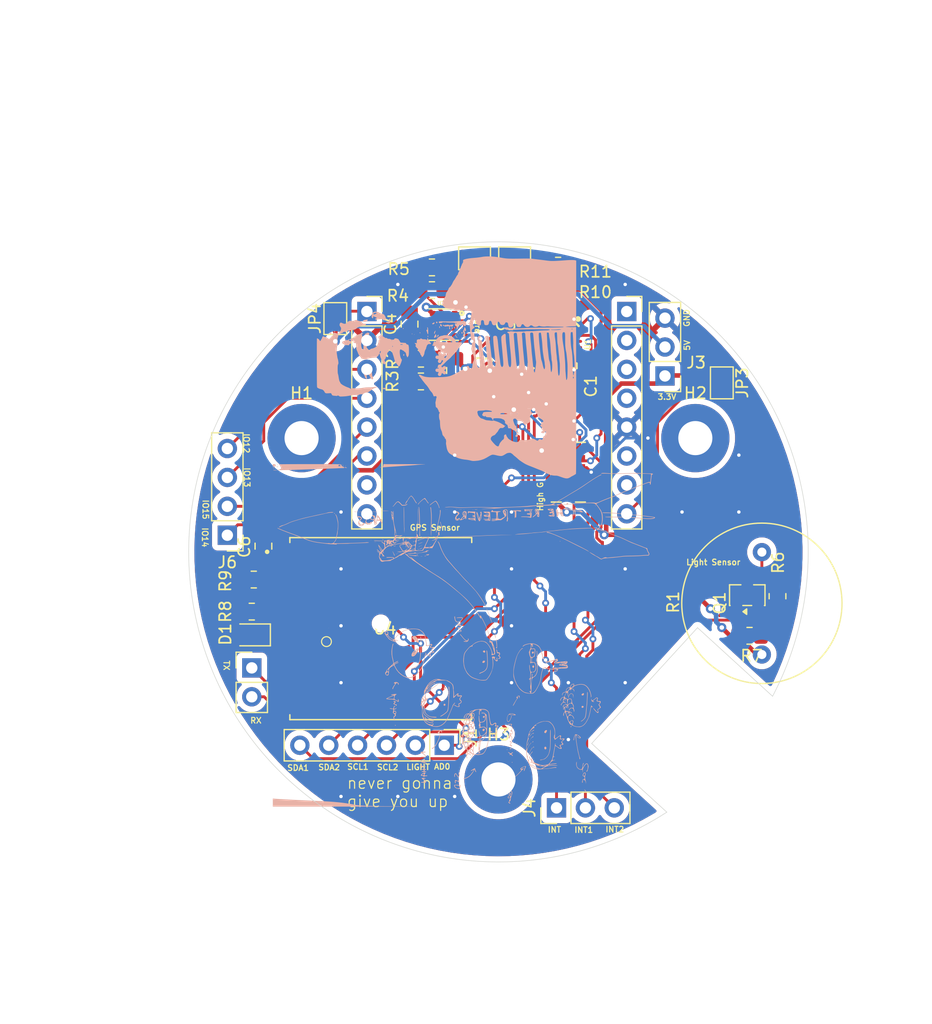
<source format=kicad_pcb>
(kicad_pcb (version 20241229) (generator "pcbnew") (generator_version "9.0")
  (layers (0 "F.Cu" signal) (2 "B.Cu" signal) (13 "F.Paste" user) (15 "B.Paste" user) (5 "F.SilkS" user "F.Silkscreen") (7 "B.SilkS" user "B.Silkscreen") (1 "F.Mask" user) (3 "B.Mask" user) (25 "Edge.Cuts" user))
  (net 0 "")
  (net 1 "Net-(U1-CPOUT)")
  (net 2 "Net-(U1-REGOUT)")
  (net 5 "GND")
  (net 6 "Net-(U2-CSB)")
  (net 7 "Net-(D1-A)")
  (net 8 "GPS_UART_TX")
  (net 9 "GPS_UART_RX")
  (net 10 "INT")
  (net 11 "ADO")
  (net 12 "Net-(JP1-B)")
  (net 13 "Net-(JP2-B)")
  (net 14 "Net-(Q1-B)")
  (net 15 "SDO_PRESSURE")
  (net 16 "Net-(U4-3D-FIX)")
  (net 17 "/GPS Reset")
  (net 18 "SDO_ACC")
  (net 31 "Net-(J6-Pin_4)")
  (net 32 "Net-(J6-Pin_3)")
  (net 33 "Net-(J6-Pin_1)")
  (net 34 "Net-(J6-Pin_2)")
  (net 37 "LIGHT")
  (net 38 "SDA2")
  (net 39 "Net-(J4-Pin_3)")
  (net 40 "Net-(J4-Pin_2)")
  (net 41 "5V")
  (net 42 "3.3V")
  (net 43 "Net-(JP3-B)")
  (net 44 "Net-(JP4-B)")
  (net 45 "SCL2")
  (net 46 "SDA1")
  (net 47 "SCL1")
  (footprint "Resistor_SMD:R_0805_2012Metric_Pad1.20x1.40mm_HandSolder" (layer "F.Cu") (at 123.1 115.35)
    (property "Reference" "R11")
    (property "Value" "1Meg")
  )
  (footprint "Jumper:SolderJumper-2_P1.3mm_Open_Pad1.0x1.5mm" (layer "F.Cu") (at 119.275 114.7)
    (property "Reference" "JP2" (hide yes))
    (property "Value" "EN_5")
  )
  (footprint "Capacitor_SMD:C_0805_2012Metric_Pad1.18x1.45mm_HandSolder" (layer "F.Cu") (at 97.175 140 90)
    (property "Reference" "C6")
    (property "Value" "22uF" (hide yes))
  )
  (footprint "Connector_PinHeader_2.54mm:PinHeader_1x04_P2.54mm_Vertical" (layer "F.Cu") (at 94 139.04 180)
    (property "Reference" "J6")
    (property "Value" "MCU - Conn_01x04")
  )
  (footprint "OptoDevice:R_LDR_D13.8mm_P9.0mm_Vertical" (layer "F.Cu") (at 141.025 149.525 90)
    (property "Reference" "R1")
    (property "Value" "LDR07")
  )
  (footprint "Connector_PinHeader_2.54mm:PinHeader_1x03_P2.54mm_Vertical" (layer "F.Cu") (at 132.5 125.04 180)
    (property "Reference" "J3")
    (property "Value" "Conn_01x03_Pin")
  )
  (footprint "Resistor_SMD:R_0805_2012Metric_Pad1.20x1.40mm_HandSolder" (layer "F.Cu") (at 123.1 117.525 180)
    (property "Reference" "R10")
    (property "Value" "1k5")
  )
  (footprint "Capacitor_SMD:C_0805_2012Metric_Pad1.18x1.45mm_HandSolder" (layer "F.Cu") (at 114.03 124.5625 -90)
    (property "Reference" "C5")
    (property "Value" "100n")
  )
  (footprint "Package_TO_SOT_SMD:SOT-23-3" (layer "F.Cu") (at 139.74 144.3075 90)
    (property "Reference" "Q1")
    (property "Value" "Q_NPN_BCE")
  )
  (footprint "Jumper:SolderJumper-2_P1.3mm_Open_Pad1.0x1.5mm" (layer "F.Cu") (at 137.5 125.65 -90)
    (property "Reference" "JP3")
    (property "Value" "EN_5")
  )
  (footprint "Jumper:SolderJumper-2_P1.3mm_Open_Pad1.0x1.5mm" (layer "F.Cu") (at 103.5 120 90)
    (property "Reference" "JP4")
    (property "Value" "EN_5")
  )
  (footprint "gps:XCVR_CD-PA1616D" (layer "F.Cu") (at 107.5 147.25)
    (property "Reference" "U4")
    (property "Value" "CD-PA1616D" (hide yes))
  )
  (footprint "MountingHole:MountingHole_3mm_Pad" (layer "F.Cu") (at 100.530528 130.505187)
    (property "Reference" "H1")
    (property "Value" "MountingHole")
  )
  (footprint "Capacitor_SMD:C_0805_2012Metric_Pad1.18x1.45mm_HandSolder" (layer "F.Cu") (at 118.4791 122.9521 90)
    (property "Reference" "C3")
    (property "Value" "0.1μ")
  )
  (footprint "MountingHole:MountingHole_3mm_Pad" (layer "F.Cu") (at 117.851036 160.505187)
    (property "Reference" "H3")
    (property "Value" "MountingHole")
  )
  (footprint "Connector_PinHeader_2.54mm:PinHeader_1x03_P2.54mm_Vertical" (layer "F.Cu") (at 122.96 163 90)
    (property "Reference" "J4")
    (property "Value" "Conn_01x03")
  )
  (footprint "Capacitor_SMD:C_0805_2012Metric_Pad1.18x1.45mm_HandSolder" (layer "F.Cu") (at 117.4625 125.9521 180)
    (property "Reference" "C2")
    (property "Value" "0.1n")
  )
  (footprint "Resistor_SMD:R_0805_2012Metric_Pad1.20x1.40mm_HandSolder" (layer "F.Cu") (at 111.03 123.525)
    (property "Reference" "R2")
    (property "Value" "4.7k")
  )
  (footprint "Resistor_SMD:R_0805_2012Metric_Pad1.20x1.40mm_HandSolder" (layer "F.Cu") (at 112 115.5 180)
    (property "Reference" "R5")
    (property "Value" "1Meg")
  )
  (footprint "LED_SMD:LED_0805_2012Metric" (layer "F.Cu") (at 96.1 147.8 180)
    (property "Reference" "D1")
    (property "Value" "LED")
  )
  (footprint "Capacitor_SMD:C_0805_2012Metric_Pad1.18x1.45mm_HandSolder" (layer "F.Cu") (at 110.03 120.4875 90)
    (property "Reference" "C4")
    (property "Value" "100n")
  )
  (footprint "ADXL375:PQFN80P500X300X100-14N" (layer "F.Cu") (at 124 133.5)
    (property "Reference" "U3")
    (property "Value" "ADXL375")
  )
  (footprint "Resistor_SMD:R_0805_2012Metric_Pad1.20x1.40mm_HandSolder" (layer "F.Cu") (at 96.15 145.755 180)
    (property "Reference" "R8")
    (property "Value" "1k")
  )
  (footprint "Resistor_SMD:R_0805_2012Metric_Pad1.20x1.40mm_HandSolder" (layer "F.Cu") (at 96.325 142.9375)
    (property "Reference" "R9")
    (property "Value" "180k")
  )
  (footprint "Jumper:SolderJumper-2_P1.3mm_Open_Pad1.0x1.5mm" (layer "F.Cu") (at 115.75 114.7 180)
    (property "Reference" "JP1" (hide yes))
    (property "Value" "EN_5")
  )
  (footprint "Resistor_SMD:R_0805_2012Metric_Pad1.20x1.40mm_HandSolder" (layer "F.Cu") (at 139.94 147.88 180)
    (property "Reference" "R7")
    (property "Value" "10k")
  )
  (footprint "Capacitor_SMD:C_0805_2012Metric_Pad1.18x1.45mm_HandSolder" (layer "F.Cu") (at 123.4416 125.9521)
    (property "Reference" "C1")
    (property "Value" "2.2n")
  )
  (footprint "Resistor_SMD:R_0805_2012Metric_Pad1.20x1.40mm_HandSolder" (layer "F.Cu") (at 111.03 125.525)
    (property "Reference" "R3")
    (property "Value" "4.7k")
  )
  (footprint "bme280:PSON65P250X250X100-8N" (layer "F.Cu") (at 113.03 120.525)
    (property "Reference" "U2")
    (property "Value" "BME280")
  )
  (footprint "Connector_PinHeader_2.54mm:PinHeader_1x02_P2.54mm_Vertical" (layer "F.Cu") (at 96.15 150.7)
    (property "Reference" "J2" (hide yes))
    (property "Value" "Conn_01x02" (hide yes))
  )
  (footprint "Resistor_SMD:R_0805_2012Metric_Pad1.20x1.40mm_HandSolder" (layer "F.Cu") (at 142.4 144.4 -90)
    (property "Reference" "R6")
    (property "Value" "10k")
  )
  (footprint "MountingHole:MountingHole_3mm_Pad" (layer "F.Cu") (at 135.171544 130.505187)
    (property "Reference" "H2")
    (property "Value" "MountingHole")
  )
  (footprint "Connector_PinHeader_2.54mm:PinHeader_1x06_P2.54mm_Vertical" (layer "F.Cu") (at 113.08 157.5 -90)
    (property "Reference" "J1")
    (property "Value" "Conn_01x06")
  )
  (footprint "mpu6000:QFN-24-EP" (layer "F.Cu") (at 122.6216 122.2621 -90)
    (property "Reference" "U1")
    (property "Value" "MPU-6000")
  )
  (footprint "Connector_PinSocket_2.54mm:ESPCam" (layer "F.Cu") (at 117.875 127.95)
    (property "Reference" "U5")
    (property "Value" "ESP32-CAM")
  )
  (footprint "Resistor_SMD:R_0805_2012Metric_Pad1.20x1.40mm_HandSolder" (layer "F.Cu") (at 112 117.5)
    (property "Reference" "R4")
    (property "Value" "1k5")
  )
  (footprint "LOGO" (layer "B.Cu") (at 118.02 147.84 -90)
    (property "Reference" "G***" (hide yes))
    (property "Value" "LOGO" (hide yes))
  )
  (footprint "LOGO" (layer "B.Cu") (at 113.28 123.79 -90)
    (property "Reference" "G***")
    (property "Value" "LOGO" (hide yes))
  )
  (gr_circle (center 102.72 148.39) (end 103.08 148.63) (stroke (width 0.1)) (fill no) (layer "F.SilkS"))
  (gr_arc (start 132.66 163.38) (mid 97.734189 122.123812) (end 141.965516 153.195907) (stroke (width 0.05)) (layer "Edge.Cuts"))
  (gr_line (start 126.051036 157.345187) (end 132.66 163.38) (stroke (width 0.05)) (layer "Edge.Cuts"))
  (gr_line (start 126.051036 157.345187) (end 135.361036 147.165187) (stroke (width 0.05)) (layer "Edge.Cuts"))
  (gr_line (start 135.361036 147.165187) (end 141.965518 153.195908) (stroke (width 0.05)) (layer "Edge.Cuts"))
  (gr_text "IO12" (at 95.38 130.04 270) (layer "F.SilkS") (effects (font (size 0.5 0.5) (thickness 0.1)) (justify left bottom)))
  (gr_text "AD0" (at 112.13 159.67 0) (layer "F.SilkS") (effects (font (size 0.5 0.5) (thickness 0.1)) (justify left bottom)))
  (gr_text "SCL1" (at 104.49 159.69 0) (layer "F.SilkS") (effects (font (size 0.5 0.5) (thickness 0.1)) (justify left bottom)))
  (gr_text "Pressure" (at 115.74 117.99 270) (layer "F.SilkS") (effects (font (size 0.5 0.5) (thickness 0.1)) (justify left bottom)))
  (gr_text "IO13" (at 95.43 133.03 270) (layer "F.SilkS") (effects (font (size 0.5 0.5) (thickness 0.1)) (justify left bottom)))
  (gr_text "SDA1" (at 99.22 159.78 0) (layer "F.SilkS") (effects (font (size 0.5 0.5) (thickness 0.1)) (justify left bottom)))
  (gr_text "PRE" (at 114.25 117.3 0) (layer "F.SilkS") (effects (font (size 1 1) (thickness 0.1)) (justify left bottom)))
  (gr_text "GND" (at 134.71 120.78 90) (layer "F.SilkS") (effects (font (size 0.5 0.5) (thickness 0.1)) (justify left bottom)))
  (gr_text "INT" (at 122.14 165.21 0) (layer "F.SilkS") (effects (font (size 0.5 0.5) (thickness 0.1)) (justify left bottom)))
  (gr_text "5V" (at 134.74 122.87 90) (layer "F.SilkS") (effects (font (size 0.5 0.5) (thickness 0.1)) (justify left bottom)))
  (gr_text "ACC" (at 117.675 117.325 0) (layer "F.SilkS") (effects (font (size 1 1) (thickness 0.1)) (justify left bottom)))
  (gr_text "High G" (at 121.82 136.98 90) (layer "F.SilkS") (effects (font (size 0.5 0.5) (thickness 0.1)) (justify left bottom)))
  (gr_text "IO14" (at 91.74 138.31 270) (layer "F.SilkS") (effects (font (size 0.5 0.5) (thickness 0.1)) (justify left bottom)))
  (gr_text "SCL2" (at 107.11 159.73 0) (layer "F.SilkS") (effects (font (size 0.5 0.5) (thickness 0.1)) (justify left bottom)))
  (gr_text "INT1" (at 124.48 165.23 0) (layer "F.SilkS") (effects (font (size 0.5 0.5) (thickness 0.1)) (justify left bottom)))
  (gr_text "RX" (at 95.96 155.62 0) (layer "F.SilkS") (effects (font (size 0.5 0.5) (thickness 0.1)) (justify left bottom)))
  (gr_text "3.3V" (at 131.8 127.17 0) (layer "F.SilkS") (effects (font (size 0.5 0.5) (thickness 0.1)) (justify left bottom)))
  (gr_text "GPS Sensor" (at 110 138.67 0) (layer "F.SilkS") (effects (font (size 0.5 0.5) (thickness 0.1)) (justify left bottom)))
  (gr_text "never gonna \ngive you up" (at 104.46 163.02 0) (layer "F.SilkS") (effects (font (size 1 1) (thickness 0.1)) (justify left bottom)))
  (gr_text "TX" (at 93.63 149.99 270) (layer "F.SilkS") (effects (font (size 0.5 0.5) (thickness 0.1)) (justify left bottom)))
  (gr_text "Light Sensor" (at 134.32 141.71 0) (layer "F.SilkS") (effects (font (size 0.5 0.5) (thickness 0.1)) (justify left bottom)))
  (gr_text "LIGHT" (at 109.7 159.71 0) (layer "F.SilkS") (effects (font (size 0.5 0.5) (thickness 0.1)) (justify left bottom)))
  (gr_text "Low G" (at 121.28 119.35 0) (layer "F.SilkS") (effects (font (size 0.5 0.5) (thickness 0.1)) (justify left bottom)))
  (gr_text "SDA2" (at 101.95 159.73 0) (layer "F.SilkS") (effects (font (size 0.5 0.5) (thickness 0.1)) (justify left bottom)))
  (gr_text "IO15" (at 91.79 135.86 270) (layer "F.SilkS") (effects (font (size 0.5 0.5) (thickness 0.1)) (justify left bottom)))
  (gr_text "INT2" (at 127.21 165.19 0) (layer "F.SilkS") (effects (font (size 0.5 0.5) (thickness 0.1)) (justify left bottom)))
  (segment (start 123.63 141.63) (end 123.52 141.74) (width 0.25) (layer "B.Cu") (net 0))
  (segment (start 123.63 141.16) (end 123.63 141.63) (width 0.25) (layer "B.Cu") (net 0))
  (segment (start 125.2072 123.0417) (end 124.7032 123.0417) (width 0.25) (layer "F.Cu") (net 1))
  (segment (start 124.4791 125.9521) (end 125.4642 124.967) (width 0.25) (layer "F.Cu") (net 1))
  (segment (start 125.4642 124.967) (end 125.4642 123.2987) (width 0.25) (layer "F.Cu") (net 1))
  (segment (start 125.4642 123.2987) (end 125.2072 123.0417) (width 0.25) (layer "F.Cu") (net 1))
  (segment (start 118.4791 121.9146) (end 119.1041 122.5396) (width 0.25) (layer "F.Cu") (net 2))
  (segment (start 119.1041 122.5396) (end 120.5 122.5396) (width 0.25) (layer "F.Cu") (net 2))
  (segment (start 122.99 133.9) (end 123.7 133.9) (width 0.25) (layer "F.Cu") (net 5))
  (segment (start 130.095 130.5) (end 129.135 129.54) (width 0.25) (layer "F.Cu") (net 5))
  (segment (start 123.703 133.5) (end 123.703 132.303) (width 0.25) (layer "F.Cu") (net 5))
  (segment (start 123.8783 124.759601) (end 123.8783 124.3483) (width 0.25) (layer "F.Cu") (net 5))
  (segment (start 123.703 133.5) (end 123.703 133.987) (width 0.25) (layer "F.Cu") (net 5))
  (segment (start 125.613413 133.1) (end 126.011374 133.497961) (width 0.25) (layer "F.Cu") (net 5))
  (segment (start 123.7 132.3) (end 122.99 132.3) (width 0.25) (layer "F.Cu") (net 5))
  (segment (start 116.425 125.9521) (end 116.425 124.316381) (width 0.25) (layer "F.Cu") (net 5))
  (segment (start 124.03 124.5) (end 123.8783 124.3483) (width 0.25) (layer "F.Cu") (net 5))
  (segment (start 112.06 120.2) (end 110.78 120.2) (width 0.25) (layer "F.Cu") (net 5))
  (segment (start 123.739 133.9) (end 124.539 133.1) (width 0.25) (layer "F.Cu") (net 5))
  (segment (start 122.4041 125.9521) (end 122.685801 125.9521) (width 0.25) (layer "F.Cu") (net 5))
  (segment (start 123.703 132.303) (end 123.7 132.3) (width 0.25) (layer "F.Cu") (net 5))
  (segment (start 114 119.55) (end 114.441021 119.55) (width 0.25) (layer "F.Cu") (net 5))
  (segment (start 122.99 133.9) (end 123.739 133.9) (width 0.25) (layer "F.Cu") (net 5))
  (segment (start 116.425 124.316381) (end 116.815359 123.926022) (width 0.25) (layer "F.Cu") (net 5))
  (segment (start 123.7 133.9) (end 123.703 133.897) (width 0.25) (layer "F.Cu") (net 5))
  (segment (start 131 130.5) (end 130.095 130.5) (width 0.25) (layer "F.Cu") (net 5))
  (segment (start 116.815359 123.926022) (end 118.415522 123.926022) (width 0.25) (layer "F.Cu") (net 5))
  (segment (start 125.01 133.1) (end 125.613413 133.1) (width 0.25) (layer "F.Cu") (net 5))
  (segment (start 124.5 124.5) (end 124.03 124.5) (width 0.25) (layer "F.Cu") (net 5))
  (segment (start 114.441021 119.55) (end 114.997585 118.993436) (width 0.25) (layer "F.Cu") (net 5))
  (segment (start 122.685801 125.9521) (end 123.8783 124.759601) (width 0.25) (layer "F.Cu") (net 5))
  (segment (start 123.8783 120.1959) (end 124.3561 120.1959) (width 0.25) (layer "F.Cu") (net 5))
  (segment (start 116.425 125.9521) (end 116.5166 125.9521) (width 0.25) (layer "F.Cu") (net 5))
  (segment (start 123.703 133.987) (end 122.99 134.7) (width 0.25) (layer "F.Cu") (net 5))
  (segment (start 123.703 133.897) (end 123.703 133.5) (width 0.25) (layer "F.Cu") (net 5))
  (segment (start 118.415522 123.926022) (end 118.4791 123.9896) (width 0.25) (layer "F.Cu") (net 5))
  (segment (start 110.78 120.2) (end 110.03 119.45) (width 0.25) (layer "F.Cu") (net 5))
  (segment (start 124.3561 120.1959) (end 124.5 120.052) (width 0.25) (layer "F.Cu") (net 5))
  (segment (start 118.4791 123.9896) (end 119.427 123.0417) (width 0.25) (layer "F.Cu") (net 5))
  (segment (start 124.539 133.1) (end 125.01 133.1) (width 0.25) (layer "F.Cu") (net 5))
  (segment (start 110 119.48) (end 110.03 119.45) (width 0.25) (layer "F.Cu") (net 5))
  (segment (start 119.427 123.0417) (end 120.5 123.0417) (width 0.25) (layer "F.Cu") (net 5))
  (via (at 114 137) (size 0.6) (drill 0.3) (layers "F.Cu" "B.Cu") (net 5))
  (via (at 114 132) (size 0.6) (drill 0.3) (layers "F.Cu" "B.Cu") (net 5))
  (via (at 104 147) (size 0.6) (drill 0.3) (layers "F.Cu" "B.Cu") (net 5))
  (via (at 119 142) (size 0.6) (drill 0.3) (layers "F.Cu" "B.Cu") (net 5))
  (via (at 129 117) (size 0.6) (drill 0.3) (layers "F.Cu" "B.Cu") (net 5))
  (via (at 124.5 124.5) (size 0.6) (drill 0.3) (layers "F.Cu" "B.Cu") (net 5))
  (via (at 104 137) (size 0.6) (drill 0.3) (layers "F.Cu" "B.Cu") (net 5))
  (via (at 104 162) (size 0.6) (drill 0.3) (layers "F.Cu" "B.Cu") (net 5))
  (via (at 124.5 120.052) (size 0.6) (drill 0.3) (layers "F.Cu" "B.Cu") (net 5))
  (via (at 119 147) (size 0.6) (drill 0.3) (layers "F.Cu" "B.Cu") (net 5))
  (via (at 119 137) (size 0.6) (drill 0.3) (layers "F.Cu" "B.Cu") (net 5))
  (via (at 124 157) (size 0.6) (drill 0.3) (layers "F.Cu" "B.Cu") (net 5))
  (via (at 124 152) (size 0.6) (drill 0.3) (layers "F.Cu" "B.Cu") (net 5))
  (via (at 114 162) (size 0.6) (drill 0.3) (layers "F.Cu" "B.Cu") (net 5))
  (via (at 129 142) (size 0.6) (drill 0.3) (layers "F.Cu" "B.Cu") (net 5))
  (via (at 109 117) (size 0.6) (drill 0.3) (layers "F.Cu" "B.Cu") (net 5))
  (via (at 104 142) (size 0.6) (drill 0.3) (layers "F.Cu" "B.Cu") (net 5))
  (via (at 129 152) (size 0.6) (drill 0.3) (layers "F.Cu" "B.Cu") (net 5))
  (via (at 126.011374 133.497961) (size 0.6) (drill 0.3) (layers "F.Cu" "B.Cu") (net 5))
  (via (at 119 152) (size 0.6) (drill 0.3) (layers "F.Cu" "B.Cu") (net 5))
  (via (at 134 137) (size 0.6) (drill 0.3) (layers "F.Cu" "B.Cu") (net 5))
  (via (at 104 152) (size 0.6) (drill 0.3) (layers "F.Cu" "B.Cu") (net 5))
  (via (at 114.997585 118.993436) (size 0.6) (drill 0.3) (layers "F.Cu" "B.Cu") (net 5))
  (via (at 139 137) (size 0.6) (drill 0.3) (layers "F.Cu" "B.Cu") (net 5))
  (via (at 139 132) (size 0.6) (drill 0.3) (layers "F.Cu" "B.Cu") (net 5))
  (via (at 131 130.5) (size 0.6) (drill 0.3) (layers "F.Cu" "B.Cu") (net 5))
  (via (at 109 162) (size 0.6) (drill 0.3) (layers "F.Cu" "B.Cu") (net 5))
  (segment (start 129.009335 130.5) (end 131 130.5) (width 0.25) (layer "B.Cu") (net 5))
  (segment (start 126.011374 133.497961) (end 129.009335 130.5) (width 0.25) (layer "B.Cu") (net 5))
  (segment (start 114.997585 118.993436) (end 113.653521 120.3375) (width 0.25) (layer "B.Cu") (net 5))
  (segment (start 124.5 120.052) (end 124.5 124.5) (width 0.25) (layer "B.Cu") (net 5))
  (segment (start 112.03 123.47) (end 113 122.5) (width 0.25) (layer "F.Cu") (net 6))
  (segment (start 112.03 123.525) (end 112.03 125.525) (width 0.25) (layer "F.Cu") (net 6))
  (segment (start 112.03 123.525) (end 112.03 123.47) (width 0.25) (layer "F.Cu") (net 6))
  (segment (start 115.291139 119.791139) (end 114.882278 120.2) (width 0.25) (layer "F.Cu") (net 6))
  (segment (start 114 120.2) (end 114.882278 120.2) (width 0.25) (layer "F.Cu") (net 6))
  (via (at 113 122.5) (size 0.6) (drill 0.3) (layers "F.Cu" "B.Cu") (net 6))
  (via (at 115.291139 119.791139) (size 0.6) (drill 0.3) (layers "F.Cu" "B.Cu") (net 6))
  (segment (start 113 122.082278) (end 115.291139 119.791139) (width 0.25) (layer "B.Cu") (net 6))
  (segment (start 113 122.5) (end 113 122.082278) (width 0.25) (layer "B.Cu") (net 6))
  (segment (start 95.15 147.7875) (end 95.1625 147.8) (width 0.25) (layer "F.Cu") (net 7))
  (segment (start 95.15 145.755) (end 95.15 147.7875) (width 0.25) (layer "F.Cu") (net 7))
  (segment (start 99.5 152.5) (end 97.95 152.5) (width 0.25) (layer "F.Cu") (net 8))
  (segment (start 97.95 152.5) (end 96.15 150.7) (width 0.25) (layer "F.Cu") (net 8))
  (segment (start 98 154) (end 97.24 153.24) (width 0.25) (layer "F.Cu") (net 9))
  (segment (start 99.5 154) (end 98 154) (width 0.25) (layer "F.Cu") (net 9))
  (segment (start 97.24 153.24) (end 96.15 153.24) (width 0.25) (layer "F.Cu") (net 9))
  (segment (start 119.893244 124.893244) (end 119.893244 124.155556) (width 0.25) (layer "F.Cu") (net 10))
  (segment (start 122.96 152.46) (end 122.5 152) (width 0.25) (layer "F.Cu") (net 10))
  (segment (start 121.5 143.5) (end 121 143) (width 0.25) (layer "F.Cu") (net 10))
  (segment (start 119.893244 124.155556) (end 120.5 123.5488) (width 0.25) (layer "F.Cu") (net 10))
  (segment (start 121.501 128.229061) (end 121.501 127.770939) (width 0.25) (layer "F.Cu") (net 10))
  (segment (start 121.177061 127.447) (end 121 127.447) (width 0.25) (layer "F.Cu") (net 10))
  (segment (start 122 150) (end 122 145) (width 0.25) (layer "F.Cu") (net 10))
  (segment (start 122.96 163) (end 122.96 152.46) (width 0.25) (layer "F.Cu") (net 10))
  (segment (start 121 127.447) (end 121 127) (width 0.25) (layer "F.Cu") (net 10))
  (segment (start 121 128.553) (end 121.177061 128.553) (width 0.25) (layer "F.Cu") (net 10))
  (segment (start 121.177061 128.553) (end 121.501 128.229061) (width 0.25) (layer "F.Cu") (net 10))
  (segment (start 121 127) (end 120.5 126.5) (width 0.25) (layer "F.Cu") (net 10))
  (segment (start 121 143) (end 121 128.553) (width 0.25) (layer "F.Cu") (net 10))
  (segment (start 121.501 127.770939) (end 121.177061 127.447) (width 0.25) (layer "F.Cu") (net 10))
  (via (at 122 145) (size 0.6) (drill 0.3) (layers "F.Cu" "B.Cu") (net 10))
  (via (at 121.5 143.5) (size 0.6) (drill 0.3) (layers "F.Cu" "B.Cu") (net 10))
  (via (at 120.5 126.5) (size 0.6) (drill 0.3) (layers "F.Cu" "B.Cu") (net 10))
  (via (at 122 150) (size 0.6) (drill 0.3) (layers "F.Cu" "B.Cu") (net 10))
  (via (at 122.5 152) (size 0.6) (drill 0.3) (layers "F.Cu" "B.Cu") (net 10))
  (via (at 119.893244 124.893244) (size 0.6) (drill 0.3) (layers "F.Cu" "B.Cu") (net 10))
  (segment (start 122.5 150.5) (end 122 150) (width 0.25) (layer "B.Cu") (net 10))
  (segment (start 122 145) (end 122 144) (width 0.25) (layer "B.Cu") (net 10))
  (segment (start 122.5 152) (end 122.5 150.5) (width 0.25) (layer "B.Cu") (net 10))
  (segment (start 120.5 125.5) (end 119.893244 124.893244) (width 0.25) (layer "B.Cu") (net 10))
  (segment (start 122 144) (end 121.5 143.5) (width 0.25) (layer "B.Cu") (net 10))
  (segment (start 120.5 126.5) (end 120.5 125.5) (width 0.25) (layer "B.Cu") (net 10))
  (segment (start 115 156) (end 111 152) (width 0.25) (layer "F.Cu") (net 11))
  (segment (start 109.5 147.922248) (end 108.782876 147.205124) (width 0.25) (layer "F.Cu") (net 11))
  (segment (start 114.297914 157.5) (end 114.398957 157.601043) (width 0.25) (layer "F.Cu") (net 11))
  (segment (start 108.782876 147.205124) (end 108.782876 133.444) (width 0.25) (layer "F.Cu") (net 11))
  (segment (start 115.5845 126.642376) (end 115.5845 123.278424) (width 0.25) (layer "F.Cu") (net 11))
  (segment (start 119.806599 122.0046) (end 120.5 122.0046) (width 0.25) (layer "F.Cu") (net 11))
  (segment (start 108.782876 133.444) (end 115.5845 126.642376) (width 0.25) (layer "F.Cu") (net 11))
  (segment (start 115.5845 123.278424) (end 117.788824 121.0741) (width 0.25) (layer "F.Cu") (net 11))
  (segment (start 119.4571 121.655101) (end 119.806599 122.0046) (width 0.25) (layer "F.Cu") (net 11))
  (segment (start 117.788824 121.0741) (end 119.169376 121.0741) (width 0.25) (layer "F.Cu") (net 11))
  (segment (start 111 152) (end 111 148.552) (width 0.25) (layer "F.Cu") (net 11))
  (segment (start 119.4571 121.361824) (end 119.4571 121.655101) (width 0.25) (layer "F.Cu") (net 11))
  (segment (start 113.08 157.5) (end 114.297914 157.5) (width 0.25) (layer "F.Cu") (net 11))
  (segment (start 109.5 148) (end 109.5 147.922248) (width 0.25) (layer "F.Cu") (net 11))
  (segment (start 119.169376 121.0741) (end 119.4571 121.361824) (width 0.25) (layer "F.Cu") (net 11))
  (via (at 109.5 148) (size 0.6) (drill 0.3) (layers "F.Cu" "B.Cu") (net 11))
  (via (at 115 156) (size 0.6) (drill 0.3) (layers "F.Cu" "B.Cu") (net 11))
  (via (at 111 148.552) (size 0.6) (drill 0.3) (layers "F.Cu" "B.Cu") (net 11))
  (via (at 114.398957 157.601043) (size 0.6) (drill 0.3) (layers "F.Cu" "B.Cu") (net 11))
  (segment (start 111 148.552) (end 110.052 148.552) (width 0.25) (layer "B.Cu") (net 11))
  (segment (start 114.398957 156.601043) (end 115 156) (width 0.25) (layer "B.Cu") (net 11))
  (segment (start 114.398957 157.601043) (end 114.398957 156.601043) (width 0.25) (layer "B.Cu") (net 11))
  (segment (start 110.052 148.552) (end 109.5 148) (width 0.25) (layer "B.Cu") (net 11))
  (segment (start 115.1 114.7) (end 113.8 114.7) (width 0.25) (layer "F.Cu") (net 12))
  (segment (start 113.8 114.7) (end 113 115.5) (width 0.25) (layer "F.Cu") (net 12))
  (segment (start 113 115.5) (end 113 117.5) (width 0.25) (layer "F.Cu") (net 12))
  (segment (start 119.925 114.7) (end 121.45 114.7) (width 0.25) (layer "F.Cu") (net 13))
  (segment (start 121.45 114.7) (end 122.1 115.35) (width 0.25) (layer "F.Cu") (net 13))
  (segment (start 122.1 115.35) (end 122.1 117.525) (width 0.25) (layer "F.Cu") (net 13))
  (segment (start 140.199208 144.699208) (end 139.535792 144.699208) (width 0.25) (layer "F.Cu") (net 14))
  (segment (start 139.535792 144.699208) (end 138.79 145.445) (width 0.25) (layer "F.Cu") (net 14))
  (segment (start 141.5295 144.5295) (end 142.4 145.4) (width 0.25) (layer "F.Cu") (net 14))
  (segment (start 141.1 144.5295) (end 141.5295 144.5295) (width 0.25) (layer "F.Cu") (net 14))
  (segment (start 141.025 140.525) (end 141.025 144.4545) (width 0.25) (layer "F.Cu") (net 14))
  (segment (start 140.368916 144.5295) (end 140.199208 144.699208) (width 0.25) (layer "F.Cu") (net 14))
  (segment (start 141.025 144.4545) (end 141.1 144.5295) (width 0.25) (layer "F.Cu") (net 14))
  (segment (start 141.1 144.5295) (end 140.368916 144.5295) (width 0.25) (layer "F.Cu") (net 14))
  (segment (start 112.06 121.5) (end 112.303108 121.5) (width 0.25) (layer "F.Cu") (net 15))
  (segment (start 113.086 119.586) (end 111 117.5) (width 0.25) (layer "F.Cu") (net 15))
  (segment (start 112.303108 121.5) (end 113.086 120.717108) (width 0.25) (layer "F.Cu") (net 15))
  (segment (start 113.086 120.717108) (end 113.086 119.586) (width 0.25) (layer "F.Cu") (net 15))
  (segment (start 99.5 146) (end 97.395 146) (width 0.25) (layer "F.Cu") (net 16))
  (segment (start 97.395 146) (end 97.15 145.755) (width 0.25) (layer "F.Cu") (net 16))
  (segment (start 98.2625 142) (end 99.5 142) (width 0.25) (layer "F.Cu") (net 17))
  (segment (start 97.325 142.9375) (end 98.2625 142) (width 0.25) (layer "F.Cu") (net 17))
  (segment (start 126.878 130.122) (end 126.5 130.5) (width 0.25) (layer "F.Cu") (net 18))
  (segment (start 126.878 119.343427) (end 126.878 130.122) (width 0.25) (layer "F.Cu") (net 18))
  (segment (start 125.214323 132.504323) (end 125.01 132.3) (width 0.25) (layer "F.Cu") (net 18))
  (segment (start 124.1 117.525) (end 125.059573 117.525) (width 0.25) (layer "F.Cu") (net 18))
  (segment (start 125.943677 132.504323) (end 125.214323 132.504323) (width 0.25) (layer "F.Cu") (net 18))
  (segment (start 125.059573 117.525) (end 126.878 119.343427) (width 0.25) (layer "F.Cu") (net 18))
  (via (at 126.5 130.5) (size 0.6) (drill 0.3) (layers "F.Cu" "B.Cu") (net 18))
  (via (at 125.943677 132.504323) (size 0.6) (drill 0.3) (layers "F.Cu" "B.Cu") (net 18))
  (segment (start 126.5 130.5) (end 126.5 132) (width 0.25) (layer "B.Cu") (net 18))
  (segment (start 126.5 132) (end 125.995677 132.504323) (width 0.25) (layer "B.Cu") (net 18))
  (segment (start 125.995677 132.504323) (end 125.943677 132.504323) (width 0.25) (layer "B.Cu") (net 18))
  (segment (start 94 131.42) (end 100.96 124.46) (width 0.25) (layer "F.Cu") (net 31))
  (segment (start 100.96 124.46) (end 106.275 124.46) (width 0.25) (layer "F.Cu") (net 31))
  (segment (start 99.33204 127) (end 106.275 127) (width 0.25) (layer "F.Cu") (net 32))
  (segment (start 97.204528 130.755472) (end 97.204528 129.127512) (width 0.25) (layer "F.Cu") (net 32))
  (segment (start 94 133.96) (end 97.204528 130.755472) (width 0.25) (layer "F.Cu") (net 32))
  (segment (start 97.204528 129.127512) (end 99.33204 127) (width 0.25) (layer "F.Cu") (net 32))
  (segment (start 94.918 138.122) (end 99.462362 138.122) (width 0.25) (layer "F.Cu") (net 33))
  (segment (start 99.462362 138.122) (end 105.504362 132.08) (width 0.25) (layer "F.Cu") (net 33))
  (segment (start 94 139.04) (end 94.918 138.122) (width 0.25) (layer "F.Cu") (net 33))
  (segment (start 105.504362 132.08) (end 106.275 132.08) (width 0.25) (layer "F.Cu") (net 33))
  (segment (start 99.315 136.5) (end 106.275 129.54) (width 0.25) (layer "F.Cu") (net 34))
  (segment (start 94 136.5) (end 99.315 136.5) (width 0.25) (layer "F.Cu") (net 34))
  (segment (start 114.324 156.324) (end 115 157) (width 0.25) (layer "F.Cu") (net 37))
  (segment (start 110.54 157.5) (end 111.716 156.324) (width 0.25) (layer "F.Cu") (net 37))
  (segment (start 127.042374 146.5) (end 140.69 146.5) (width 0.25) (layer "F.Cu") (net 37))
  (segment (start 140.69 145.445) (end 140.69 146.5) (width 0.25) (layer "F.Cu") (net 37))
  (segment (start 118.5 156) (end 118.021187 155.521187) (width 0.25) (layer "F.Cu") (net 37))
  (segment (start 118.021187 155.521187) (end 127.042374 146.5) (width 0.25) (layer "F.Cu") (net 37))
  (segment (start 111.716 156.324) (end 114.324 156.324) (width 0.25) (layer "F.Cu") (net 37))
  (segment (start 140.69 146.5) (end 140.69 147.63) (width 0.25) (layer "F.Cu") (net 37))
  (segment (start 118.5 156.5) (end 118.5 156) (width 0.25) (layer "F.Cu") (net 37))
  (segment (start 140.69 147.63) (end 140.94 147.88) (width 0.25) (layer "F.Cu") (net 37))
  (via (at 115 157) (size 0.6) (drill 0.3) (layers "F.Cu" "B.Cu") (net 37))
  (via (at 118.5 156.5) (size 0.6) (drill 0.3) (layers "F.Cu" "B.Cu") (net 37))
  (segment (start 118 157) (end 118.5 156.5) (width 0.25) (layer "B.Cu") (net 37))
  (segment (start 115 157) (end 118 157) (width 0.25) (layer "B.Cu") (net 37))
  (segment (start 116 148) (end 120.5 143.5) (width 0.25) (layer "F.Cu") (net 38))
  (segment (start 125.948 120) (end 125.6986 120) (width 0.25) (layer "F.Cu") (net 38))
  (segment (start 126 122.268754) (end 126 126.465428) (width 0.25) (layer "F.Cu") (net 38))
  (segment (start 110.34 150.08) (end 110.34 148) (width 0.25) (layer "F.Cu") (net 38))
  (segment (start 125 127.5) (end 122.052 127.5) (width 0.25) (layer "F.Cu") (net 38))
  (segment (start 126 126.465428) (end 126.017286 126.482714) (width 0.25) (layer "F.Cu") (net 38))
  (segment (start 102.92 157.5) (end 110.34 150.08) (width 0.25) (layer "F.Cu") (net 38))
  (segment (start 115.5 148) (end 116 148) (width 0.25) (layer "F.Cu") (net 38))
  (segment (start 125.760743 122.029497) (end 126 122.268754) (width 0.25) (layer "F.Cu") (net 38))
  (segment (start 120.5 128.448) (end 120.948 128) (width 0.25) (layer "F.Cu") (net 38))
  (segment (start 120.5 143.5) (end 120.5 128.448) (width 0.25) (layer "F.Cu") (net 38))
  (segment (start 126.017286 126.482714) (end 125 127.5) (width 0.25) (layer "F.Cu") (net 38))
  (segment (start 125.6986 120) (end 124.7032 120.9954) (width 0.25) (layer "F.Cu") (net 38))
  (segment (start 110.34 148) (end 115.5 148) (width 0.25) (layer "F.Cu") (net 38))
  (via (at 120.948 128) (size 0.6) (drill 0.3) (layers "F.Cu" "B.Cu") (net 38))
  (via (at 122.052 127.5) (size 0.6) (drill 0.3) (layers "F.Cu" "B.Cu") (net 38))
  (via (at 125.760743 122.029497) (size 0.6) (drill 0.3) (layers "F.Cu" "B.Cu") (net 38))
  (via (at 125.948 120) (size 0.6) (drill 0.3) (layers "F.Cu" "B.Cu") (net 38))
  (segment (start 126 120.052) (end 125.948 120) (width 0.25) (layer "B.Cu") (net 38))
  (segment (start 121.552 128) (end 122.052 127.5) (width 0.25) (layer "B.Cu") (net 38))
  (segment (start 125.760743 122.029497) (end 126 121.79024) (width 0.25) (layer "B.Cu") (net 38))
  (segment (start 120.948 128) (end 121.552 128) (width 0.25) (layer "B.Cu") (net 38))
  (segment (start 126 121.79024) (end 126 120.052) (width 0.25) (layer "B.Cu") (net 38))
  (segment (start 125.72 134.7) (end 125.01 134.7) (width 0.25) (layer "F.Cu") (net 39))
  (segment (start 125.5 146.5) (end 125.723 146.277) (width 0.25) (layer "F.Cu") (net 39))
  (segment (start 125.617591 149.66447) (end 126.16151 149.120551) (width 0.25) (layer "F.Cu") (net 39))
  (segment (start 125.617591 160.577591) (end 125.617591 149.66447) (width 0.25) (layer "F.Cu") (net 39))
  (segment (start 126.16151 149.120551) (end 126.16151 148.16151) (width 0.25) (layer "F.Cu") (net 39))
  (segment (start 125.723 146.277) (end 125.723 134.703) (width 0.25) (layer "F.Cu") (net 39))
  (segment (start 128.04 163) (end 125.617591 160.577591) (width 0.25) (layer "F.Cu") (net 39))
  (segment (start 125.723 134.703) (end 125.72 134.7) (width 0.25) (layer "F.Cu") (net 39))
  (via (at 125.5 146.5) (size 0.6) (drill 0.3) (layers "F.Cu" "B.Cu") (net 39))
  (via (at 126.16151 148.16151) (size 0.6) (drill 0.3) (layers "F.Cu" "B.Cu") (net 39))
  (segment (start 126.16151 148.16151) (end 126.16151 147.16151) (width 0.25) (layer "B.Cu") (net 39))
  (segment (start 126.16151 147.16151) (end 125.5 146.5) (width 0.25) (layer "B.Cu") (net 39))
  (segment (start 124.5 147.5) (end 124.5 136.223) (width 0.25) (layer "F.Cu") (net 40))
  (segment (start 125.5 163) (end 125.5 161.5) (width 0.25) (layer "F.Cu") (net 40))
  (segment (start 125 149.5) (end 125.5 149) (width 0.25) (layer "F.Cu") (net 40))
  (segment (start 124.5 136.223) (end 124.558 136.223) (width 0.25) (layer "F.Cu") (net 40))
  (segment (start 125 161) (end 125 149.5) (width 0.25) (layer "F.Cu") (net 40))
  (segment (start 124.558 136.223) (end 124.558 135.952) (width 0.25) (layer "F.Cu") (net 40))
  (segment (start 124.558 135.952) (end 125.01 135.5) (width 0.25) (layer "F.Cu") (net 40))
  (segment (start 125.5 161.5) (end 125 161) (width 0.25) (layer "F.Cu") (net 40))
  (via (at 125.5 149) (size 0.6) (drill 0.3) (layers "F.Cu" "B.Cu") (net 40))
  (via (at 124.5 147.5) (size 0.6) (drill 0.3) (layers "F.Cu" "B.Cu") (net 40))
  (segment (start 125.5 149) (end 125.5 148.5) (width 0.25) (layer "B.Cu") (net 40))
  (segment (start 125.5 148.5) (end 124.5 147.5) (width 0.25) (layer "B.Cu") (net 40))
  (segment (start 103.5 120.65) (end 103.5 122) (width 0.4) (layer "F.Cu") (net 41))
  (via (at 103.5 122) (size 0.8) (drill 0.4) (layers "F.Cu" "B.Cu") (net 41))
  (segment (start 127.668999 120.669) (end 130.669 120.669) (width 0.4) (layer "B.Cu") (net 41))
  (segment (start 104.831 120.669) (end 108.780373 120.669) (width 0.4) (layer "B.Cu") (net 41))
  (segment (start 108.780373 120.669) (end 111.600009 117.849364) (width 0.4) (layer "B.Cu") (net 41))
  (segment (start 130.669 120.669) (end 132.5 122.5) (width 0.4) (layer "B.Cu") (net 41))
  (segment (start 111.600009 117.849364) (end 124.849363 117.849364) (width 0.4) (layer "B.Cu") (net 41))
  (segment (start 124.849363 117.849364) (end 127.668999 120.669) (width 0.4) (layer "B.Cu") (net 41))
  (segment (start 103.5 122) (end 104.831 120.669) (width 0.4) (layer "B.Cu") (net 41))
  (segment (start 112.977 126.202342) (end 112.977 124.578) (width 0.4) (layer "F.Cu") (net 42))
  (segment (start 111.058 129.066182) (end 111.058 126.553) (width 0.4) (layer "F.Cu") (net 42))
  (segment (start 104.894 133.331) (end 106.793182 133.331) (width 0.4) (layer "F.Cu") (net 42))
  (segment (start 97.175 141.0375) (end 98.9625 141.0375) (width 0.4) (layer "F.Cu") (net 42))
  (segment (start 122.99 135.5) (end 122.274 135.5) (width 0.4) (layer "F.Cu") (net 42))
  (segment (start 119.2 126.699999) (end 119.7211 126.178899) (width 0.4) (layer "F.Cu") (net 42))
  (segment (start 114.03 123.525) (end 112.977 124.578) (width 0.4) (layer "F.Cu") (net 42))
  (segment (start 122.202 132.933) (end 122.369 133.1) (width 0.4) (layer "F.Cu") (net 42))
  (segment (start 116.4 116.246195) (end 116.4 114.7) (width 0.4) (layer "F.Cu") (net 42))
  (segment (start 117.085841 124.630261) (end 117.68076 125.22518) (width 0.4) (layer "F.Cu") (net 42))
  (segment (start 98.9625 141.0375) (end 99.5 140.5) (width 0.4) (layer "F.Cu") (net 42))
  (segment (start 112.633 120.52947) (end 112.31247 120.85) (width 0.4) (layer "F.Cu") (net 42))
  (segment (start 112.31247 120.85) (end 112.06 120.85) (width 0.4) (layer "F.Cu") (net 42))
  (segment (start 127.331 138.821) (end 127.152 139) (width 0.4) (layer "F.Cu") (net 42))
  (segment (start 122.99 135.5) (end 122.99 136.142) (width 0.4) (layer "F.Cu") (net 42))
  (segment (start 122.274 135.5) (end 122.202 135.428) (width 0.4) (layer "F.Cu") (net 42))
  (segment (start 132.5 125.04) (end 131.829 125.711) (width 0.4) (layer "F.Cu") (net 42))
  (segment (start 136.5 145.5) (end 130 139) (width 0.4) (layer "F.Cu") (net 42))
  (segment (start 122.99 136.142) (end 123.848 137) (width 0.4) (layer "F.Cu") (net 42))
  (segment (start 137.5 125) (end 132.54 125) (width 0.4) (layer "F.Cu") (net 42))
  (segment (start 128.654818 125.711) (end 127.331 127.034818) (width 0.4) (layer "F.Cu") (net 42))
  (segment (start 112.977 124.578) (end 112.977 126.183842) (width 0.4) (layer "F.Cu") (net 42))
  (segment (start 110.705 120.85) (end 112.06 120.85) (width 0.4) (layer "F.Cu") (net 42))
  (segment (start 118.103517 125.9521) (end 118.5 125.9521) (width 0.4) (layer "F.Cu") (net 42))
  (segment (start 119.7211 125.9521) (end 119.7211 126.178899) (width 0.4) (layer "F.Cu") (net 42))
  (segment (start 127.152 139) (end 130 139) (width 0.4) (layer "F.Cu") (net 42))
  (segment (start 109.102 124.597) (end 109.102 122.453) (width 0.4) (layer "F.Cu") (net 42))
  (segment (start 110.03 125.525) (end 109.102 124.597) (width 0.4) (layer "F.Cu") (net 42))
  (segment (start 122.369 131.5) (end 122.269 131.6) (width 0.4) (layer "F.Cu") (net 42))
  (segment (start 138.228 147.88) (end 137.5 147.152) (width 0.4) (layer "F.Cu") (net 42))
  (segment (start 122.202 131.667) (end 122.202 132.933) (width 0.4) (layer "F.Cu") (net 42))
  (segment (start 122.369 131.5) (end 122.202 131.667) (width 0.4) (layer "F.Cu") (net 42))
  (segment (start 140.585 149.525) (end 141.025 149.525) (width 0.4) (layer "F.Cu") (net 42))
  (segment (start 114.914649 124.409649) (end 114.03 123.525) (width 0.4) (layer "F.Cu") (net 42))
  (segment (start 132.54 125) (end 132.5 125.04) (width 0.4) (layer "F.Cu") (net 42))
  (segment (start 117.085841 124.579022) (end 117.085841 124.630261) (width 0.4) (layer "F.Cu") (net 42))
  (segment (start 117.68076 125.529343) (end 118.103517 125.9521) (width 0.4) (layer "F.Cu") (net 42))
  (segment (start 117.68076 125.22518) (end 117.68076 125.529343) (width 0.4) (layer "F.Cu") (net 42))
  (segment (start 112.31247 119.55) (end 112.633 119.87053) (width 0.4) (layer "F.Cu") (net 42))
  (segment (start 112.626342 126.553) (end 112.977 126.202342) (width 0.4) (layer "F.Cu") (net 42))
  (segment (start 116.4 114.7) (end 118.625 114.7) (width 0.4) (layer "F.Cu") (net 42))
  (segment (start 122.269 131.6) (end 121.652 131.6) (width 0.4) (layer "F.Cu") (net 42))
  (segment (start 95.325 142.8875) (end 97.175 141.0375) (width 0.4) (layer "F.Cu") (net 42))
  (segment (start 112.06 119.55) (end 112.05 119.55) (width 0.4) (layer "F.Cu") (net 42))
  (segment (start 111.058 126.553) (end 112.626342 126.553) (width 0.4) (layer "F.Cu") (net 42))
  (segment (start 119.2 128) (end 119.2 126.699999) (width 0.4) (layer "F.Cu") (net 42))
  (segment (start 95.325 142.9375) (end 95.325 142.8875) (width 0.4) (layer "F.Cu") (net 42))
  (segment (start 118.5 125.9521) (end 119.7211 125.9521) (width 0.4) (layer "F.Cu") (net 42))
  (segment (start 119.7211 125.9521) (end 121.3249 124.3483) (width 0.4) (layer "F.Cu") (net 42))
  (segment (start 99.5 140.5) (end 99.5 138.725) (width 0.4) (layer "F.Cu") (net 42))
  (segment (start 109.102 122.453) (end 110.03 121.525) (width 0.4) (layer "F.Cu") (net 42))
  (segment (start 122.202 135.428) (end 122.202 132.933) (width 0.4) (layer "F.Cu") (net 42))
  (segment (start 106.793182 133.331) (end 111.058 129.066182) (width 0.4) (layer "F.Cu") (net 42))
  (segment (start 112.05 119.55) (end 111.5 119) (width 0.4) (layer "F.Cu") (net 42))
  (segment (start 138.94 147.88) (end 138.228 147.88) (width 0.4) (layer "F.Cu") (net 42))
  (segment (start 112.06 119.55) (end 112.31247 119.55) (width 0.4) (layer "F.Cu") (net 42))
  (segment (start 131.829 125.711) (end 128.654818 125.711) (width 0.4) (layer "F.Cu") (net 42))
  (segment (start 110.03 125.525) (end 111.058 126.553) (width 0.4) (layer "F.Cu") (net 42))
  (segment (start 114.9325 124.409649) (end 114.914649 124.409649) (width 0.4) (layer "F.Cu") (net 42))
  (segment (start 110.03 121.525) (end 110.705 120.85) (width 0.4) (layer "F.Cu") (net 42))
  (segment (start 99.5 138.725) (end 104.894 133.331) (width 0.4) (layer "F.Cu") (net 42))
  (segment (start 122.99 131.5) (end 122.369 131.5) (width 0.4) (layer "F.Cu") (net 42))
  (segment (start 127.331 127.034818) (end 127.331 138.821) (width 0.4) (layer "F.Cu") (net 42))
  (segment (start 114.068831 118.577364) (end 116.4 116.246195) (width 0.4) (layer "F.Cu") (net 42))
  (segment (start 122.369 133.1) (end 122.99 133.1) (width 0.4) (layer "F.Cu") (net 42))
  (segment (start 112.633 119.87053) (end 112.633 120.52947) (width 0.4) (layer "F.Cu") (net 42))
  (segment (start 138.94 147.88) (end 140.585 149.525) (width 0.4) (layer "F.Cu") (net 42))
  (via (at 123.848 137) (size 0.8) (drill 0.4) (layers "F.Cu" "B.Cu") (net 42))
  (via (at 121.652 131.6) (size 0.8) (drill 0.4) (layers "F.Cu" "B.Cu") (net 42))
  (via (at 137.5 147.152) (size 0.8) (drill 0.4) (layers "F.Cu" "B.Cu") (net 42))
  (via (at 114.068831 118.577364) (size 0.8) (drill 0.4) (layers "F.Cu" "B.Cu") (net 42))
  (via (at 111.5 119) (size 0.8) (drill 0.4) (layers "F.Cu" "B.Cu") (net 42))
  (via (at 117.085841 124.579022) (size 0.8) (drill 0.4) (layers "F.Cu" "B.Cu") (net 42))
  (via (at 127.152 139) (size 0.8) (drill 0.4) (layers "F.Cu" "B.Cu") (net 42))
  (via (at 119.2 128) (size 0.8) (drill 0.4) (layers "F.Cu" "B.Cu") (net 42))
  (via (at 114.9325 124.409649) (size 0.8) (drill 0.4) (layers "F.Cu" "B.Cu") (net 42))
  (via (at 136.5 145.5) (size 0.8) (drill 0.4) (layers "F.Cu" "B.Cu") (net 42))
  (segment (start 137 146) (end 136.5 145.5) (width 0.4) (layer "B.Cu") (net 42))
  (segment (start 113.646195 119) (end 114.068831 118.577364) (width 0.4) (layer "B.Cu") (net 42))
  (segment (start 115.745066 124.15) (end 115.192149 124.15) (width 0.4) (layer "B.Cu") (net 42))
  (segment (start 137 146.652) (end 137 146) (width 0.4) (layer "B.Cu") (net 42))
  (segment (start 119.32 128.12) (end 119.2 128) (width 0.4) (layer "B.Cu") (net 42))
  (segment (start 137.5 147.152) (end 137 146.652) (width 0.4) (layer "B.Cu") (net 42))
  (segment (start 119.4 131.6) (end 119.32 131.52) (width 0.4) (layer "B.Cu") (net 42))
  (segment (start 125.152 137) (end 127.152 139) (width 0.4) (layer "B.Cu") (net 42))
  (segment (start 121.652 131.6) (end 119.4 131.6) (width 0.4) (layer "B.Cu") (net 42))
  (segment (start 119.32 131.52) (end 119.32 128.12) (width 0.4) (layer "B.Cu") (net 42))
  (segment (start 117.085841 124.579022) (end 116.174088 124.579022) (width 0.4) (layer "B.Cu") (net 42))
  (segment (start 116.174088 124.579022) (end 115.745066 124.15) (width 0.4) (layer "B.Cu") (net 42))
  (segment (start 123.848 137) (end 125.152 137) (width 0.4) (layer "B.Cu") (net 42))
  (segment (start 115.192149 124.15) (end 114.9325 124.409649) (width 0.4) (layer "B.Cu") (net 42))
  (segment (start 111.5 119) (end 113.646195 119) (width 0.4) (layer "B.Cu") (net 42))
  (segment (start 134.673056 126.3) (end 137.5 126.3) (width 0.25) (layer "F.Cu") (net 43))
  (segment (start 131.845544 134.449456) (end 131.845544 129.127512) (width 0.25) (layer "F.Cu") (net 43))
  (segment (start 131.845544 129.127512) (end 134.673056 126.3) (width 0.25) (layer "F.Cu") (net 43))
  (segment (start 129.135 137.16) (end 131.845544 134.449456) (width 0.25) (layer "F.Cu") (net 43))
  (segment (start 103.5 119.35) (end 106.245 119.35) (width 0.25) (layer "F.Cu") (net 44))
  (segment (start 106.245 119.35) (end 106.275 119.38) (width 0.25) (layer "F.Cu") (net 44))
  (segment (start 108 157.5) (end 111.859677 153.640323) (width 0.25) (layer "F.Cu") (net 45))
  (segment (start 115.788038 149.5) (end 115.5 149.5) (width 0.25) (layer "F.Cu") (net 45))
  (segment (start 113 152.5) (end 113 151.711962) (width 0.25) (layer "F.Cu") (net 45))
  (segment (start 124.726703 121.476497) (end 125.989804 121.476497) (width 0.25) (layer "F.Cu") (net 45))
  (segment (start 126.395286 127.104714) (end 124.5 129) (width 0.25) (layer "F.Cu") (net 45))
  (segment (start 115.211962 149.5) (end 115.5 149.5) (width 0.25) (layer "F.Cu") (net 45))
  (segment (start 112.640323 152.859677) (end 113 152.5) (width 0.25) (layer "F.Cu") (net 45))
  (segment (start 126.395286 121.881979) (end 126.395286 127.104714) (width 0.25) (layer "F.Cu") (net 45))
  (segment (start 117 148) (end 117 148.288038) (width 0.25) (layer "F.Cu") (net 45))
  (segment (start 119 134) (end 117.5 135.5) (width 0.25) (layer "F.Cu") (net 45))
  (segment (start 124.7032 121.5) (end 124.726703 121.476497) (width 0.25) (layer "F.Cu") (net 45))
  (segment (start 113 151.711962) (end 115.211962 149.5) (width 0.25) (layer "F.Cu") (net 45))
  (segment (start 117.5 135.5) (end 117.5 144.5) (width 0.25) (layer "F.Cu") (net 45))
  (segment (start 117 148.288038) (end 115.788038 149.5) (width 0.25) (layer "F.Cu") (net 45))
  (segment (start 125.989804 121.476497) (end 126.395286 121.881979) (width 0.25) (layer "F.Cu") (net 45))
  (segment (start 117.5 147.5) (end 117 148) (width 0.25) (layer "F.Cu") (net 45))
  (via (at 117.5 144.5) (size 0.6) (drill 0.3) (layers "F.Cu" "B.Cu") (net 45))
  (via (at 112.640323 152.859677) (size 0.6) (drill 0.3) (layers "F.Cu" "B.Cu") (net 45))
  (via (at 124.5 129) (size 0.6) (drill 0.3) (layers "F.Cu" "B.Cu") (net 45))
  (via (at 111.859677 153.640323) (size 0.6) (drill 0.3) (layers "F.Cu" "B.Cu") (net 45))
  (via (at 117.5 147.5) (size 0.6) (drill 0.3) (layers "F.Cu" "B.Cu") (net 45))
  (via (at 119 134) (size 0.6) (drill 0.3) (layers "F.Cu" "B.Cu") (net 45))
  (segment (start 111.859677 153.640323) (end 112.640323 152.859677) (width 0.25) (layer "B.Cu") (net 45))
  (segment (start 125.553 129.770939) (end 125.553 130.288407) (width 0.25) (layer "B.Cu") (net 45))
  (segment (start 118.053 146.947) (end 117.5 147.5) (width 0.25) (layer "B.Cu") (net 45))
  (segment (start 118.053 145.053) (end 118.053 146.947) (width 0.25) (layer "B.Cu") (net 45))
  (segment (start 117.5 144.5) (end 118.053 145.053) (width 0.25) (layer "B.Cu") (net 45))
  (segment (start 121.841407 134) (end 119 134) (width 0.25) (layer "B.Cu") (net 45))
  (segment (start 125.553 130.288407) (end 121.841407 134) (width 0.25) (layer "B.Cu") (net 45))
  (segment (start 124.5 129) (end 124.782061 129) (width 0.25) (layer "B.Cu") (net 45))
  (segment (start 124.782061 129) (end 125.553 129.770939) (width 0.25) (layer "B.Cu") (net 45))
  (segment (start 113.25 121.355) (end 113.755 120.85) (width 0.25) (layer "F.Cu") (net 46))
  (segment (start 126.499 139.270482) (end 126.499 138.729518) (width 0.25) (layer "F.Cu") (net 46))
  (segment (start 110.983 122.572) (end 110.03 123.525) (width 0.25) (layer "F.Cu") (net 46))
  (segment (start 126.878 132.658) (end 125.72 131.5) (width 0.25) (layer "F.Cu") (net 46))
  (segment (start 125 131.49) (end 125.01 131.5) (width 0.25) (layer "F.Cu") (net 46))
  (segment (start 127 139.653) (end 126.881518 139.653) (width 0.25) (layer "F.Cu") (net 46))
  (segment (start 112.75 121.75) (end 111.928 122.572) (width 0.25) (layer "F.Cu") (net 46))
  (segment (start 112.75 121.75) (end 113.25 121.75) (width 0.25) (layer "F.Cu") (net 46))
  (segment (start 113.25 121.355) (end 113.25 121.75) (width 0.25) (layer "F.Cu") (net 46))
  (segment (start 111.928 122.572) (end 110.983 122.572) (width 0.25) (layer "F.Cu") (net 46))
  (segment (start 100.38 157.5) (end 101.556 158.676) (width 0.25) (layer "F.Cu") (net 46))
  (segment (start 113.755 120.85) (end 114 120.85) (width 0.25) (layer "F.Cu") (net 46))
  (segment (start 126.878 138.350518) (end 126.878 132.658) (width 0.25) (layer "F.Cu") (net 46))
  (segment (start 125.72 131.5) (end 125.01 131.5) (width 0.25) (layer "F.Cu") (net 46))
  (segment (start 113.25 121.75) (end 113.5 122) (width 0.25) (layer "F.Cu") (net 46))
  (segment (start 101.556 158.676) (end 114.324 158.676) (width 0.25) (layer "F.Cu") (net 46))
  (segment (start 114.324 158.676) (end 127 146) (width 0.25) (layer "F.Cu") (net 46))
  (segment (start 127 146) (end 127 139.653) (width 0.25) (layer "F.Cu") (net 46))
  (segment (start 126.881518 139.653) (end 126.499 139.270482) (width 0.25) (layer "F.Cu") (net 46))
  (segment (start 125 130) (end 125 131.49) (width 0.25) (layer "F.Cu") (net 46))
  (segment (start 126.499 138.729518) (end 126.878 138.350518) (width 0.25) (layer "F.Cu") (net 46))
  (segment (start 113.5 122) (end 115.5 122) (width 0.25) (layer "F.Cu") (net 46))
  (via (at 125 130) (size 0.6) (drill 0.3) (layers "F.Cu" "B.Cu") (net 46))
  (via (at 115.5 122) (size 0.6) (drill 0.3) (layers "F.Cu" "B.Cu") (net 46))
  (segment (start 118.3655 126.199561) (end 122.165939 130) (width 0.25) (layer "B.Cu") (net 46))
  (segment (start 122.165939 130) (end 125 130) (width 0.25) (layer "B.Cu") (net 46))
  (segment (start 115.5 122) (end 118.3655 124.8655) (width 0.25) (layer "B.Cu") (net 46))
  (segment (start 118.3655 124.8655) (end 118.3655 126.199561) (width 0.25) (layer "B.Cu") (net 46))
  (segment (start 119.6 129.5) (end 117.432432 127.332432) (width 0.25) (layer "F.Cu") (net 47))
  (segment (start 105.46 157.5) (end 110.448 152.512) (width 0.25) (layer "F.Cu") (net 47))
  (segment (start 124.429363 130.629983) (end 124.297 130.762346) (width 0.25) (layer "F.Cu") (net 47))
  (segment (start 117.432432 127.332432) (end 117.432432 126.864437) (width 0.25) (layer "F.Cu") (net 47))
  (segment (start 119.948 129.5) (end 119.6 129.5) (width 0.25) (layer "F.Cu") (net 47))
  (segment (start 110.448 152.512) (end 110.448 151) (width 0.25) (layer "F.Cu") (net 47))
  (segment (start 124.297 130.762346) (end 124.297 131.097427) (width 0.25) (layer "F.Cu") (net 47))
  (segment (start 114 121.5) (end 114.053 121.447) (width 0.25) (layer "F.Cu") (net 47))
  (segment (start 120 129.552) (end 119.948 129.5) (width 0.25) (layer "F.Cu") (net 47))
  (segment (start 115.998644 121.447) (end 116.316961 121.765317) (width 0.25) (layer "F.Cu") (net 47))
  (segment (start 114.053 121.447) (end 115.998644 121.447) (width 0.25) (layer "F.Cu") (net 47))
  (segment (start 120 143) (end 120 129.552) (width 0.25) (layer "F.Cu") (net 47))
  (segment (start 117.5 145.5) (end 120 143) (width 0.25) (layer "F.Cu") (net 47))
  (via (at 124.429363 130.629983) (size 0.6) (drill 0.3) (layers "F.Cu" "B.Cu") (net 47))
  (via (at 117.5 145.5) (size 0.6) (drill 0.3) (layers "F.Cu" "B.Cu") (net 47))
  (via (at 119.948 129.5) (size 0.6) (drill 0.3) (layers "F.Cu" "B.Cu") (net 47))
  (via (at 116.316961 121.765317) (size 0.6) (drill 0.3) (layers "F.Cu" "B.Cu") (net 47))
  (via (at 110.448 151) (size 0.6) (drill 0.3) (layers "F.Cu" "B.Cu") (net 47))
  (via (at 117.432432 126.864437) (size 0.6) (drill 0.3) (layers "F.Cu" "B.Cu") (net 47))
  (segment (start 114.2795 122.438439) (end 115.270939 121.447) (width 0.25) (layer "B.Cu") (net 47))
  (segment (start 115.998644 121.447) (end 116.316961 121.765317) (width 0.25) (layer "B.Cu") (net 47))
  (segment (start 121.077983 130.629983) (end 124.429363 130.629983) (width 0.25) (layer "B.Cu") (net 47))
  (segment (start 116.463806 126.864437) (end 114.2795 124.680131) (width 0.25) (layer "B.Cu") (net 47))
  (segment (start 114.2795 124.680131) (end 114.2795 122.438439) (width 0.25) (layer "B.Cu") (net 47))
  (segment (start 117.432432 126.864437) (end 116.463806 126.864437) (width 0.25) (layer "B.Cu") (net 47))
  (segment (start 119.948 129.5) (end 121.077983 130.629983) (width 0.25) (layer "B.Cu") (net 47))
  (segment (start 115.270939 121.447) (end 115.998644 121.447) (width 0.25) (layer "B.Cu") (net 47))
  (segment (start 115.948 145.5) (end 117.5 145.5) (width 0.25) (layer "B.Cu") (net 47))
  (segment (start 110.448 151) (end 115.948 145.5) (width 0.25) (layer "B.Cu") (net 47))
  (zone (net 5) (net_name "GND") (layers "F.Cu" "B.Cu") (connect_pads (clearance 0.5)) (min_thickness 0.25) (fill yes (thermal_gap 0.5) (thermal_bridge_width 0.5))
    (polygon (pts (xy 153 143.5) (xy 156 92) (xy 74 96) (xy 82.5 182) (xy 155.5 180)))
  )
)
</source>
